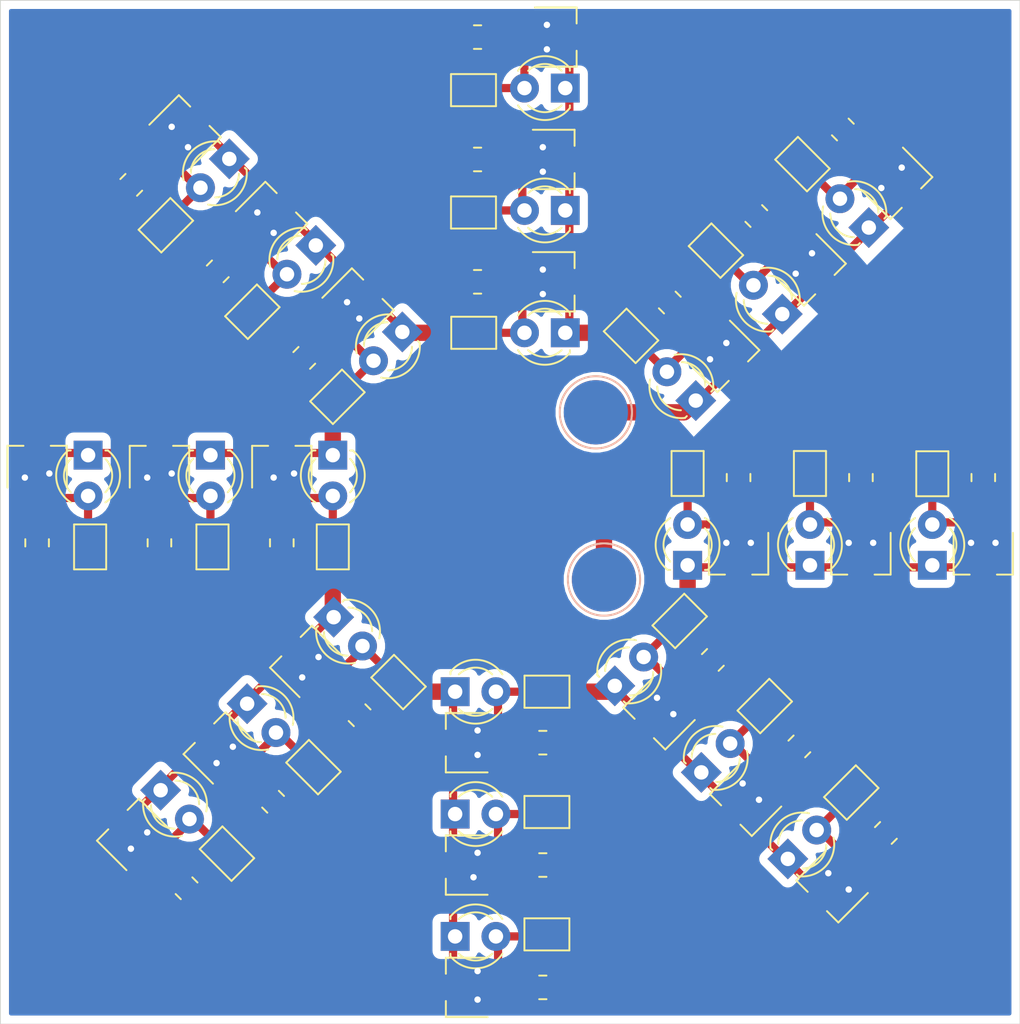
<source format=kicad_pcb>
(kicad_pcb (version 20171130) (host pcbnew "(5.1.9)-1")
  (layers (0 F.Cu signal) (31 B.Cu signal) (34 B.Paste user hide) (35 F.Paste user) (36 B.SilkS user hide) (37 F.SilkS user) (38 B.Mask user hide) (39 F.Mask user hide) (44 Edge.Cuts user))
  (net 0 "")
  (net 1 "Net-(D1-Pad1)")
  (net 2 "Net-(D1-Pad2)")
  (net 3 "Net-(D10-Pad1)")
  (net 4 "Net-(D10-Pad2)")
  (net 5 "Net-(D11-Pad1)")
  (net 6 "Net-(D11-Pad2)")
  (net 7 "Net-(D12-Pad2)")
  (net 8 "Net-(D12-Pad1)")
  (net 9 "Net-(D13-Pad2)")
  (net 10 "Net-(D13-Pad1)")
  (net 11 "Net-(D14-Pad1)")
  (net 12 "Net-(D14-Pad2)")
  (net 13 "Net-(D15-Pad1)")
  (net 14 "Net-(D15-Pad2)")
  (net 15 "Net-(D16-Pad2)")
  (net 16 "Net-(D16-Pad1)")
  (net 17 "Net-(D17-Pad2)")
  (net 18 "Net-(D18-Pad2)")
  (net 19 "Net-(D19-Pad2)")
  (net 20 "Net-(D20-Pad2)")
  (net 21 "Net-(D21-Pad2)")
  (net 22 "Net-(D22-Pad2)")
  (net 23 "Net-(D23-Pad2)")
  (net 24 "Net-(D24-Pad2)")
  (net 25 "Net-(D33-Pad2)")
  (net 26 "Net-(D34-Pad2)")
  (net 27 "Net-(D35-Pad2)")
  (net 28 "Net-(D36-Pad2)")
  (net 29 "Net-(D37-Pad2)")
  (net 30 "Net-(D38-Pad2)")
  (net 31 "Net-(D39-Pad2)")
  (net 32 "Net-(D40-Pad2)")
  (net 33 "Net-(JP1-Pad2)")
  (module TestPoint:TestPoint_Pad_D4.0mm (layer B.Cu) (at 164.592 114.808)
    (fp_text reference TP1 hide)
    (fp_text value Pos)
    (pad 1 smd circle (at 0 0) (size 4 4) (layers B.Cu B.Mask))
  )
  (module TestPoint:TestPoint_Pad_D4.0mm (layer B.Cu) (at 164.084 104.394)
    (fp_text reference TP1 hide)
    (fp_text value Pos)
    (pad 1 smd circle (at 0 0) (size 4 4) (layers B.Cu B.Mask))
  )
  (module LED_THT:LED_D3.0mm (layer F.Cu) (at 169.799 113.919 90)
    (fp_text reference D1 hide)
    (fp_text value "660 NM")
    (pad 1 thru_hole rect (at 0 0 90) (size 1.8 1.8) (drill 0.9) (layers *.Cu *.Mask) (net 1 "Net-(D1-Pad1)"))
    (pad 2 thru_hole circle (at 2.54 0 90) (size 1.8 1.8) (drill 0.9) (layers *.Cu *.Mask) (net 2 "Net-(D1-Pad2)"))
  )
  (module LED_THT:LED_D3.0mm (layer F.Cu) (at 165.265022 121.429283 45)
    (fp_text reference D2 hide)
    (fp_text value "660 NM")
    (pad 1 thru_hole rect (at 0 0 45) (size 1.8 1.8) (drill 0.9) (layers *.Cu *.Mask) (net 3 "Net-(D10-Pad1)"))
    (pad 2 thru_hole circle (at 2.54 0 45) (size 1.8 1.8) (drill 0.9) (layers *.Cu *.Mask) (net 4 "Net-(D10-Pad2)"))
  )
  (module LED_THT:LED_D3.0mm (layer F.Cu) (at 155.321 121.793)
    (fp_text reference D3 hide)
    (fp_text value "660 NM")
    (pad 1 thru_hole rect (at 0 0) (size 1.8 1.8) (drill 0.9) (layers *.Cu *.Mask) (net 5 "Net-(D11-Pad1)"))
    (pad 2 thru_hole circle (at 2.54 0) (size 1.8 1.8) (drill 0.9) (layers *.Cu *.Mask) (net 6 "Net-(D11-Pad2)"))
  )
  (module LED_THT:LED_D3.0mm (layer F.Cu) (at 147.754421 117.152226 315)
    (fp_text reference D4 hide)
    (fp_text value "660 NM")
    (pad 2 thru_hole circle (at 2.54 0 315) (size 1.8 1.8) (drill 0.9) (layers *.Cu *.Mask) (net 7 "Net-(D12-Pad2)"))
    (pad 1 thru_hole rect (at 0 0 315) (size 1.8 1.8) (drill 0.9) (layers *.Cu *.Mask) (net 8 "Net-(D12-Pad1)"))
  )
  (module LED_THT:LED_D3.0mm (layer F.Cu) (at 147.701 107.061 270)
    (fp_text reference D5 hide)
    (fp_text value "660 NM")
    (pad 2 thru_hole circle (at 2.54 0 270) (size 1.8 1.8) (drill 0.9) (layers *.Cu *.Mask) (net 9 "Net-(D13-Pad2)"))
    (pad 1 thru_hole rect (at 0 0 270) (size 1.8 1.8) (drill 0.9) (layers *.Cu *.Mask) (net 10 "Net-(D13-Pad1)"))
  )
  (module LED_THT:LED_D3.0mm (layer F.Cu) (at 152.031917 99.386564 225)
    (fp_text reference D6 hide)
    (fp_text value "660 NM")
    (pad 1 thru_hole rect (at 0 0 225) (size 1.8 1.8) (drill 0.9) (layers *.Cu *.Mask) (net 11 "Net-(D14-Pad1)"))
    (pad 2 thru_hole circle (at 2.54 0 225) (size 1.8 1.8) (drill 0.9) (layers *.Cu *.Mask) (net 12 "Net-(D14-Pad2)"))
  )
  (module LED_THT:LED_D3.0mm (layer F.Cu) (at 162.179 99.441 180)
    (fp_text reference D7 hide)
    (fp_text value "660 NM")
    (pad 1 thru_hole rect (at 0 0 180) (size 1.8 1.8) (drill 0.9) (layers *.Cu *.Mask) (net 13 "Net-(D15-Pad1)"))
    (pad 2 thru_hole circle (at 2.54 0 180) (size 1.8 1.8) (drill 0.9) (layers *.Cu *.Mask) (net 14 "Net-(D15-Pad2)"))
  )
  (module LED_THT:LED_D3.0mm (layer F.Cu) (at 170.30664 103.663621 135)
    (fp_text reference D8 hide)
    (fp_text value "660 NM")
    (pad 2 thru_hole circle (at 2.54 0 135) (size 1.8 1.8) (drill 0.9) (layers *.Cu *.Mask) (net 15 "Net-(D16-Pad2)"))
    (pad 1 thru_hole rect (at 0 0 135) (size 1.8 1.8) (drill 0.9) (layers *.Cu *.Mask) (net 16 "Net-(D16-Pad1)"))
  )
  (module LED_SMD:LED_Cree-XHP35 (layer F.Cu) (at 172.974 112.649 90)
    (fp_text reference D9 hide)
    (fp_text value "660 NM")
    (pad 2 smd rect (at 1.4 0 90) (size 0.5 3.3) (layers F.Cu F.Paste F.Mask) (net 2 "Net-(D1-Pad2)"))
    (pad 1 smd rect (at -1.4 0 90) (size 0.5 3.3) (layers F.Cu F.Paste F.Mask) (net 1 "Net-(D1-Pad1)"))
    (pad 3 smd rect (at 0 0 90) (size 1.3 3.3) (layers F.Cu F.Mask) (net 16 "Net-(D16-Pad1)"))
  )
  (module LED_SMD:LED_Cree-XHP35 (layer F.Cu) (at 168.408112 122.776321 45)
    (fp_text reference D10 hide)
    (fp_text value "660 NM")
    (pad 3 smd rect (at 0 0 45) (size 1.3 3.3) (layers F.Cu F.Mask) (net 16 "Net-(D16-Pad1)"))
    (pad 1 smd rect (at -1.4 0 45) (size 0.5 3.3) (layers F.Cu F.Paste F.Mask) (net 3 "Net-(D10-Pad1)"))
    (pad 2 smd rect (at 1.4 0 45) (size 0.5 3.3) (layers F.Cu F.Paste F.Mask) (net 4 "Net-(D10-Pad2)"))
  )
  (module LED_SMD:LED_Cree-XHP35 (layer F.Cu) (at 156.591 124.968)
    (fp_text reference D11 hide)
    (fp_text value "660 NM")
    (pad 3 smd rect (at 0 0) (size 1.3 3.3) (layers F.Cu F.Mask) (net 16 "Net-(D16-Pad1)"))
    (pad 1 smd rect (at -1.4 0) (size 0.5 3.3) (layers F.Cu F.Paste F.Mask) (net 5 "Net-(D11-Pad1)"))
    (pad 2 smd rect (at 1.4 0) (size 0.5 3.3) (layers F.Cu F.Paste F.Mask) (net 6 "Net-(D11-Pad2)"))
  )
  (module LED_SMD:LED_Cree-XHP35 (layer F.Cu) (at 146.407383 120.295315 315)
    (fp_text reference D12 hide)
    (fp_text value "660 NM")
    (pad 3 smd rect (at 0 0 315) (size 1.3 3.3) (layers F.Cu F.Mask) (net 16 "Net-(D16-Pad1)"))
    (pad 1 smd rect (at -1.4 0 315) (size 0.5 3.3) (layers F.Cu F.Paste F.Mask) (net 8 "Net-(D12-Pad1)"))
    (pad 2 smd rect (at 1.4 0 315) (size 0.5 3.3) (layers F.Cu F.Paste F.Mask) (net 7 "Net-(D12-Pad2)"))
  )
  (module LED_SMD:LED_Cree-XHP35 (layer F.Cu) (at 144.526 108.331 270)
    (fp_text reference D13 hide)
    (fp_text value "660 NM")
    (pad 2 smd rect (at 1.4 0 270) (size 0.5 3.3) (layers F.Cu F.Paste F.Mask) (net 9 "Net-(D13-Pad2)"))
    (pad 1 smd rect (at -1.4 0 270) (size 0.5 3.3) (layers F.Cu F.Paste F.Mask) (net 10 "Net-(D13-Pad1)"))
    (pad 3 smd rect (at 0 0 270) (size 1.3 3.3) (layers F.Cu F.Mask) (net 16 "Net-(D16-Pad1)"))
  )
  (module LED_SMD:LED_Cree-XHP35 (layer F.Cu) (at 148.888828 98.039526 225)
    (fp_text reference D14 hide)
    (fp_text value "660 NM")
    (pad 2 smd rect (at 1.4 0 225) (size 0.5 3.3) (layers F.Cu F.Paste F.Mask) (net 12 "Net-(D14-Pad2)"))
    (pad 1 smd rect (at -1.4 0 225) (size 0.5 3.3) (layers F.Cu F.Paste F.Mask) (net 11 "Net-(D14-Pad1)"))
    (pad 3 smd rect (at 0 0 225) (size 1.3 3.3) (layers F.Cu F.Mask) (net 16 "Net-(D16-Pad1)"))
  )
  (module LED_SMD:LED_Cree-XHP35 (layer F.Cu) (at 160.909 96.266 180)
    (fp_text reference D15 hide)
    (fp_text value "660 NM")
    (pad 2 smd rect (at 1.4 0 180) (size 0.5 3.3) (layers F.Cu F.Paste F.Mask) (net 14 "Net-(D15-Pad2)"))
    (pad 1 smd rect (at -1.4 0 180) (size 0.5 3.3) (layers F.Cu F.Paste F.Mask) (net 13 "Net-(D15-Pad1)"))
    (pad 3 smd rect (at 0 0 180) (size 1.3 3.3) (layers F.Cu F.Mask) (net 16 "Net-(D16-Pad1)"))
  )
  (module LED_SMD:LED_Cree-XHP35 (layer F.Cu) (at 171.653678 100.520531 135)
    (fp_text reference D16 hide)
    (fp_text value "660 NM")
    (pad 3 smd rect (at 0 0 135) (size 1.3 3.3) (layers F.Cu F.Mask) (net 16 "Net-(D16-Pad1)"))
    (pad 1 smd rect (at -1.4 0 135) (size 0.5 3.3) (layers F.Cu F.Paste F.Mask) (net 16 "Net-(D16-Pad1)"))
    (pad 2 smd rect (at 1.4 0 135) (size 0.5 3.3) (layers F.Cu F.Paste F.Mask) (net 15 "Net-(D16-Pad2)"))
  )
  (module LED_THT:LED_D3.0mm (layer F.Cu) (at 177.419 113.919 90)
    (fp_text reference D17 hide)
    (fp_text value "660 NM")
    (pad 2 thru_hole circle (at 2.54 0 90) (size 1.8 1.8) (drill 0.9) (layers *.Cu *.Mask) (net 17 "Net-(D17-Pad2)"))
    (pad 1 thru_hole rect (at 0 0 90) (size 1.8 1.8) (drill 0.9) (layers *.Cu *.Mask) (net 1 "Net-(D1-Pad1)"))
  )
  (module LED_THT:LED_D3.0mm (layer F.Cu) (at 170.653176 126.817436 45)
    (fp_text reference D18 hide)
    (fp_text value "660 NM")
    (pad 1 thru_hole rect (at 0 0 45) (size 1.8 1.8) (drill 0.9) (layers *.Cu *.Mask) (net 3 "Net-(D10-Pad1)"))
    (pad 2 thru_hole circle (at 2.54 0 45) (size 1.8 1.8) (drill 0.9) (layers *.Cu *.Mask) (net 18 "Net-(D18-Pad2)"))
  )
  (module LED_THT:LED_D3.0mm (layer F.Cu) (at 155.321 129.413)
    (fp_text reference D19 hide)
    (fp_text value "660 NM")
    (pad 1 thru_hole rect (at 0 0) (size 1.8 1.8) (drill 0.9) (layers *.Cu *.Mask) (net 5 "Net-(D11-Pad1)"))
    (pad 2 thru_hole circle (at 2.54 0) (size 1.8 1.8) (drill 0.9) (layers *.Cu *.Mask) (net 19 "Net-(D19-Pad2)"))
  )
  (module LED_THT:LED_D3.0mm (layer F.Cu) (at 142.366267 122.540379 315)
    (fp_text reference D20 hide)
    (fp_text value "660 NM")
    (pad 2 thru_hole circle (at 2.54 0 315) (size 1.8 1.8) (drill 0.9) (layers *.Cu *.Mask) (net 20 "Net-(D20-Pad2)"))
    (pad 1 thru_hole rect (at 0 0 315) (size 1.8 1.8) (drill 0.9) (layers *.Cu *.Mask) (net 8 "Net-(D12-Pad1)"))
  )
  (module LED_THT:LED_D3.0mm (layer F.Cu) (at 140.081 107.061 270)
    (fp_text reference D21 hide)
    (fp_text value "660 NM")
    (pad 1 thru_hole rect (at 0 0 270) (size 1.8 1.8) (drill 0.9) (layers *.Cu *.Mask) (net 10 "Net-(D13-Pad1)"))
    (pad 2 thru_hole circle (at 2.54 0 270) (size 1.8 1.8) (drill 0.9) (layers *.Cu *.Mask) (net 21 "Net-(D21-Pad2)"))
  )
  (module LED_THT:LED_D3.0mm (layer F.Cu) (at 146.643764 93.99841 225)
    (fp_text reference D22 hide)
    (fp_text value "660 NM")
    (pad 1 thru_hole rect (at 0 0 225) (size 1.8 1.8) (drill 0.9) (layers *.Cu *.Mask) (net 11 "Net-(D14-Pad1)"))
    (pad 2 thru_hole circle (at 2.54 0 225) (size 1.8 1.8) (drill 0.9) (layers *.Cu *.Mask) (net 22 "Net-(D22-Pad2)"))
  )
  (module LED_THT:LED_D3.0mm (layer F.Cu) (at 162.179 91.821 180)
    (fp_text reference D23 hide)
    (fp_text value "660 NM")
    (pad 1 thru_hole rect (at 0 0 180) (size 1.8 1.8) (drill 0.9) (layers *.Cu *.Mask) (net 13 "Net-(D15-Pad1)"))
    (pad 2 thru_hole circle (at 2.54 0 180) (size 1.8 1.8) (drill 0.9) (layers *.Cu *.Mask) (net 23 "Net-(D23-Pad2)"))
  )
  (module LED_THT:LED_D3.0mm (layer F.Cu) (at 175.694793 98.275467 135)
    (fp_text reference D24 hide)
    (fp_text value "660 NM")
    (pad 2 thru_hole circle (at 2.54 0 135) (size 1.8 1.8) (drill 0.9) (layers *.Cu *.Mask) (net 24 "Net-(D24-Pad2)"))
    (pad 1 thru_hole rect (at 0 0 135) (size 1.8 1.8) (drill 0.9) (layers *.Cu *.Mask) (net 16 "Net-(D16-Pad1)"))
  )
  (module LED_SMD:LED_Cree-XHP35 (layer F.Cu) (at 180.594 112.649 90)
    (fp_text reference D25 hide)
    (fp_text value "660 NM")
    (pad 3 smd rect (at 0 0 90) (size 1.3 3.3) (layers F.Cu F.Mask) (net 16 "Net-(D16-Pad1)"))
    (pad 1 smd rect (at -1.4 0 90) (size 0.5 3.3) (layers F.Cu F.Paste F.Mask) (net 1 "Net-(D1-Pad1)"))
    (pad 2 smd rect (at 1.4 0 90) (size 0.5 3.3) (layers F.Cu F.Paste F.Mask) (net 17 "Net-(D17-Pad2)"))
  )
  (module LED_SMD:LED_Cree-XHP35 (layer F.Cu) (at 173.796265 128.164475 45)
    (fp_text reference D26 hide)
    (fp_text value "660 NM")
    (pad 2 smd rect (at 1.4 0 45) (size 0.5 3.3) (layers F.Cu F.Paste F.Mask) (net 18 "Net-(D18-Pad2)"))
    (pad 1 smd rect (at -1.4 0 45) (size 0.5 3.3) (layers F.Cu F.Paste F.Mask) (net 3 "Net-(D10-Pad1)"))
    (pad 3 smd rect (at 0 0 45) (size 1.3 3.3) (layers F.Cu F.Mask) (net 16 "Net-(D16-Pad1)"))
  )
  (module LED_SMD:LED_Cree-XHP35 (layer F.Cu) (at 156.591 132.588)
    (fp_text reference D27 hide)
    (fp_text value "660 NM")
    (pad 2 smd rect (at 1.4 0) (size 0.5 3.3) (layers F.Cu F.Paste F.Mask) (net 19 "Net-(D19-Pad2)"))
    (pad 1 smd rect (at -1.4 0) (size 0.5 3.3) (layers F.Cu F.Paste F.Mask) (net 5 "Net-(D11-Pad1)"))
    (pad 3 smd rect (at 0 0) (size 1.3 3.3) (layers F.Cu F.Mask) (net 16 "Net-(D16-Pad1)"))
  )
  (module LED_SMD:LED_Cree-XHP35 (layer F.Cu) (at 141.019229 125.683469 315)
    (fp_text reference D28 hide)
    (fp_text value "660 NM")
    (pad 3 smd rect (at 0 0 315) (size 1.3 3.3) (layers F.Cu F.Mask) (net 16 "Net-(D16-Pad1)"))
    (pad 1 smd rect (at -1.4 0 315) (size 0.5 3.3) (layers F.Cu F.Paste F.Mask) (net 8 "Net-(D12-Pad1)"))
    (pad 2 smd rect (at 1.4 0 315) (size 0.5 3.3) (layers F.Cu F.Paste F.Mask) (net 20 "Net-(D20-Pad2)"))
  )
  (module LED_SMD:LED_Cree-XHP35 (layer F.Cu) (at 136.906 108.331 270)
    (fp_text reference D29 hide)
    (fp_text value "660 NM")
    (pad 2 smd rect (at 1.4 0 270) (size 0.5 3.3) (layers F.Cu F.Paste F.Mask) (net 21 "Net-(D21-Pad2)"))
    (pad 1 smd rect (at -1.4 0 270) (size 0.5 3.3) (layers F.Cu F.Paste F.Mask) (net 10 "Net-(D13-Pad1)"))
    (pad 3 smd rect (at 0 0 270) (size 1.3 3.3) (layers F.Cu F.Mask) (net 16 "Net-(D16-Pad1)"))
  )
  (module LED_SMD:LED_Cree-XHP35 (layer F.Cu) (at 143.500674 92.651372 225)
    (fp_text reference D30 hide)
    (fp_text value "660 NM")
    (pad 2 smd rect (at 1.4 0 225) (size 0.5 3.3) (layers F.Cu F.Paste F.Mask) (net 22 "Net-(D22-Pad2)"))
    (pad 1 smd rect (at -1.4 0 225) (size 0.5 3.3) (layers F.Cu F.Paste F.Mask) (net 11 "Net-(D14-Pad1)"))
    (pad 3 smd rect (at 0 0 225) (size 1.3 3.3) (layers F.Cu F.Mask) (net 16 "Net-(D16-Pad1)"))
  )
  (module LED_SMD:LED_Cree-XHP35 (layer F.Cu) (at 160.909 88.646 180)
    (fp_text reference D31 hide)
    (fp_text value "660 NM")
    (pad 3 smd rect (at 0 0 180) (size 1.3 3.3) (layers F.Cu F.Mask) (net 16 "Net-(D16-Pad1)"))
    (pad 1 smd rect (at -1.4 0 180) (size 0.5 3.3) (layers F.Cu F.Paste F.Mask) (net 13 "Net-(D15-Pad1)"))
    (pad 2 smd rect (at 1.4 0 180) (size 0.5 3.3) (layers F.Cu F.Paste F.Mask) (net 23 "Net-(D23-Pad2)"))
  )
  (module LED_SMD:LED_Cree-XHP35 (layer F.Cu) (at 177.041832 95.132378 135)
    (fp_text reference D32 hide)
    (fp_text value "660 NM")
    (pad 2 smd rect (at 1.4 0 135) (size 0.5 3.3) (layers F.Cu F.Paste F.Mask) (net 24 "Net-(D24-Pad2)"))
    (pad 1 smd rect (at -1.4 0 135) (size 0.5 3.3) (layers F.Cu F.Paste F.Mask) (net 16 "Net-(D16-Pad1)"))
    (pad 3 smd rect (at 0 0 135) (size 1.3 3.3) (layers F.Cu F.Mask) (net 16 "Net-(D16-Pad1)"))
  )
  (module LED_THT:LED_D3.0mm (layer F.Cu) (at 185.039 113.919 90)
    (fp_text reference D33 hide)
    (fp_text value "660 NM")
    (pad 2 thru_hole circle (at 2.54 0 90) (size 1.8 1.8) (drill 0.9) (layers *.Cu *.Mask) (net 25 "Net-(D33-Pad2)"))
    (pad 1 thru_hole rect (at 0 0 90) (size 1.8 1.8) (drill 0.9) (layers *.Cu *.Mask) (net 1 "Net-(D1-Pad1)"))
  )
  (module LED_THT:LED_D3.0mm (layer F.Cu) (at 176.041329 132.20559 45)
    (fp_text reference D34 hide)
    (fp_text value "660 NM")
    (pad 1 thru_hole rect (at 0 0 45) (size 1.8 1.8) (drill 0.9) (layers *.Cu *.Mask) (net 3 "Net-(D10-Pad1)"))
    (pad 2 thru_hole circle (at 2.54 0 45) (size 1.8 1.8) (drill 0.9) (layers *.Cu *.Mask) (net 26 "Net-(D34-Pad2)"))
  )
  (module LED_THT:LED_D3.0mm (layer F.Cu) (at 155.321 137.033)
    (fp_text reference D35 hide)
    (fp_text value "660 NM")
    (pad 2 thru_hole circle (at 2.54 0) (size 1.8 1.8) (drill 0.9) (layers *.Cu *.Mask) (net 27 "Net-(D35-Pad2)"))
    (pad 1 thru_hole rect (at 0 0) (size 1.8 1.8) (drill 0.9) (layers *.Cu *.Mask) (net 5 "Net-(D11-Pad1)"))
  )
  (module LED_THT:LED_D3.0mm (layer F.Cu) (at 136.978114 127.928533 315)
    (fp_text reference D36 hide)
    (fp_text value "660 NM")
    (pad 1 thru_hole rect (at 0 0 315) (size 1.8 1.8) (drill 0.9) (layers *.Cu *.Mask) (net 8 "Net-(D12-Pad1)"))
    (pad 2 thru_hole circle (at 2.54 0 315) (size 1.8 1.8) (drill 0.9) (layers *.Cu *.Mask) (net 28 "Net-(D36-Pad2)"))
  )
  (module LED_THT:LED_D3.0mm (layer F.Cu) (at 132.461 107.061 270)
    (fp_text reference D37 hide)
    (fp_text value "660 NM")
    (pad 2 thru_hole circle (at 2.54 0 270) (size 1.8 1.8) (drill 0.9) (layers *.Cu *.Mask) (net 29 "Net-(D37-Pad2)"))
    (pad 1 thru_hole rect (at 0 0 270) (size 1.8 1.8) (drill 0.9) (layers *.Cu *.Mask) (net 10 "Net-(D13-Pad1)"))
  )
  (module LED_THT:LED_D3.0mm (layer F.Cu) (at 141.25561 88.610257 225)
    (fp_text reference D38 hide)
    (fp_text value "660 NM")
    (pad 2 thru_hole circle (at 2.54 0 225) (size 1.8 1.8) (drill 0.9) (layers *.Cu *.Mask) (net 30 "Net-(D38-Pad2)"))
    (pad 1 thru_hole rect (at 0 0 225) (size 1.8 1.8) (drill 0.9) (layers *.Cu *.Mask) (net 11 "Net-(D14-Pad1)"))
  )
  (module LED_THT:LED_D3.0mm (layer F.Cu) (at 162.179 84.201 180)
    (fp_text reference D39 hide)
    (fp_text value "660 NM")
    (pad 2 thru_hole circle (at 2.54 0 180) (size 1.8 1.8) (drill 0.9) (layers *.Cu *.Mask) (net 31 "Net-(D39-Pad2)"))
    (pad 1 thru_hole rect (at 0 0 180) (size 1.8 1.8) (drill 0.9) (layers *.Cu *.Mask) (net 13 "Net-(D15-Pad1)"))
  )
  (module LED_THT:LED_D3.0mm (layer F.Cu) (at 181.082947 92.887314 135)
    (fp_text reference D40 hide)
    (fp_text value "660 NM")
    (pad 2 thru_hole circle (at 2.54 0 135) (size 1.8 1.8) (drill 0.9) (layers *.Cu *.Mask) (net 32 "Net-(D40-Pad2)"))
    (pad 1 thru_hole rect (at 0 0 135) (size 1.8 1.8) (drill 0.9) (layers *.Cu *.Mask) (net 16 "Net-(D16-Pad1)"))
  )
  (module LED_SMD:LED_Cree-XHP35 (layer F.Cu) (at 188.214 112.649 90)
    (fp_text reference D41 hide)
    (fp_text value "660 NM")
    (pad 3 smd rect (at 0 0 90) (size 1.3 3.3) (layers F.Cu F.Mask) (net 16 "Net-(D16-Pad1)"))
    (pad 1 smd rect (at -1.4 0 90) (size 0.5 3.3) (layers F.Cu F.Paste F.Mask) (net 1 "Net-(D1-Pad1)"))
    (pad 2 smd rect (at 1.4 0 90) (size 0.5 3.3) (layers F.Cu F.Paste F.Mask) (net 25 "Net-(D33-Pad2)"))
  )
  (module LED_SMD:LED_Cree-XHP35 (layer F.Cu) (at 179.18654 133.550507 45)
    (fp_text reference D42 hide)
    (fp_text value "660 NM")
    (pad 2 smd rect (at 1.4 0 45) (size 0.5 3.3) (layers F.Cu F.Paste F.Mask) (net 26 "Net-(D34-Pad2)"))
    (pad 1 smd rect (at -1.4 0 45) (size 0.5 3.3) (layers F.Cu F.Paste F.Mask) (net 3 "Net-(D10-Pad1)"))
    (pad 3 smd rect (at 0 0 45) (size 1.3 3.3) (layers F.Cu F.Mask) (net 16 "Net-(D16-Pad1)"))
  )
  (module LED_SMD:LED_Cree-XHP35 (layer F.Cu) (at 156.594 140.208)
    (fp_text reference D43 hide)
    (fp_text value "660 NM")
    (pad 3 smd rect (at 0 0) (size 1.3 3.3) (layers F.Cu F.Mask) (net 16 "Net-(D16-Pad1)"))
    (pad 1 smd rect (at -1.4 0) (size 0.5 3.3) (layers F.Cu F.Paste F.Mask) (net 5 "Net-(D11-Pad1)"))
    (pad 2 smd rect (at 1.4 0) (size 0.5 3.3) (layers F.Cu F.Paste F.Mask) (net 27 "Net-(D35-Pad2)"))
  )
  (module LED_SMD:LED_Cree-XHP35 (layer F.Cu) (at 135.628954 131.069501 315)
    (fp_text reference D44 hide)
    (fp_text value "660 NM")
    (pad 3 smd rect (at 0 0 315) (size 1.3 3.3) (layers F.Cu F.Mask) (net 16 "Net-(D16-Pad1)"))
    (pad 1 smd rect (at -1.4 0 315) (size 0.5 3.3) (layers F.Cu F.Paste F.Mask) (net 8 "Net-(D12-Pad1)"))
    (pad 2 smd rect (at 1.4 0 315) (size 0.5 3.3) (layers F.Cu F.Paste F.Mask) (net 28 "Net-(D36-Pad2)"))
  )
  (module LED_SMD:LED_Cree-XHP35 (layer F.Cu) (at 129.286 108.328 270)
    (fp_text reference D45 hide)
    (fp_text value "660 NM")
    (pad 3 smd rect (at 0 0 270) (size 1.3 3.3) (layers F.Cu F.Mask) (net 16 "Net-(D16-Pad1)"))
    (pad 1 smd rect (at -1.4 0 270) (size 0.5 3.3) (layers F.Cu F.Paste F.Mask) (net 10 "Net-(D13-Pad1)"))
    (pad 2 smd rect (at 1.4 0 270) (size 0.5 3.3) (layers F.Cu F.Paste F.Mask) (net 29 "Net-(D37-Pad2)"))
  )
  (module LED_SMD:LED_Cree-XHP35 (layer F.Cu) (at 138.114642 87.261097 225)
    (fp_text reference D46 hide)
    (fp_text value "660 NM")
    (pad 2 smd rect (at 1.4 0 225) (size 0.5 3.3) (layers F.Cu F.Paste F.Mask) (net 30 "Net-(D38-Pad2)"))
    (pad 1 smd rect (at -1.4 0 225) (size 0.5 3.3) (layers F.Cu F.Paste F.Mask) (net 11 "Net-(D14-Pad1)"))
    (pad 3 smd rect (at 0 0 225) (size 1.3 3.3) (layers F.Cu F.Mask) (net 16 "Net-(D16-Pad1)"))
  )
  (module LED_SMD:LED_Cree-XHP35 (layer F.Cu) (at 161.036 81.026 180)
    (fp_text reference D47 hide)
    (fp_text value "660 NM")
    (pad 3 smd rect (at 0 0 180) (size 1.3 3.3) (layers F.Cu F.Mask) (net 16 "Net-(D16-Pad1)"))
    (pad 1 smd rect (at -1.4 0 180) (size 0.5 3.3) (layers F.Cu F.Paste F.Mask) (net 13 "Net-(D15-Pad1)"))
    (pad 2 smd rect (at 1.4 0 180) (size 0.5 3.3) (layers F.Cu F.Paste F.Mask) (net 31 "Net-(D39-Pad2)"))
  )
  (module LED_SMD:LED_Cree-XHP35 (layer F.Cu) (at 182.429985 89.744224 135)
    (fp_text reference D48 hide)
    (fp_text value "660 NM")
    (pad 2 smd rect (at 1.4 0 135) (size 0.5 3.3) (layers F.Cu F.Paste F.Mask) (net 32 "Net-(D40-Pad2)"))
    (pad 1 smd rect (at -1.4 0 135) (size 0.5 3.3) (layers F.Cu F.Paste F.Mask) (net 16 "Net-(D16-Pad1)"))
    (pad 3 smd rect (at 0 0 135) (size 1.3 3.3) (layers F.Cu F.Mask) (net 16 "Net-(D16-Pad1)"))
  )
  (module Jumper:SolderJumper-2_P1.3mm_Open_Pad1.0x1.5mm (layer F.Cu) (at 169.799 108.204 90)
    (fp_text reference JP1 hide)
    (fp_text value Jumper)
    (pad 2 smd rect (at 0.65 0 90) (size 1 1.5) (layers F.Cu F.Mask) (net 33 "Net-(JP1-Pad2)"))
    (pad 1 smd rect (at -0.65 0 90) (size 1 1.5) (layers F.Cu F.Mask) (net 2 "Net-(D1-Pad2)"))
  )
  (module Jumper:SolderJumper-2_P1.3mm_Open_Pad1.0x1.5mm (layer F.Cu) (at 169.306137 117.388167 45)
    (fp_text reference JP2 hide)
    (fp_text value Jumper)
    (pad 1 smd rect (at -0.65 0 45) (size 1 1.5) (layers F.Cu F.Mask) (net 4 "Net-(D10-Pad2)"))
    (pad 2 smd rect (at 0.65 0 45) (size 1 1.5) (layers F.Cu F.Mask) (net 1 "Net-(D1-Pad1)"))
  )
  (module Jumper:SolderJumper-2_P1.3mm_Open_Pad1.0x1.5mm (layer F.Cu) (at 161.040999 121.793)
    (fp_text reference JP3 hide)
    (fp_text value Jumper)
    (pad 2 smd rect (at 0.65 0) (size 1 1.5) (layers F.Cu F.Mask) (net 3 "Net-(D10-Pad1)"))
    (pad 1 smd rect (at -0.65 0) (size 1 1.5) (layers F.Cu F.Mask) (net 6 "Net-(D11-Pad2)"))
  )
  (module Jumper:SolderJumper-2_P1.3mm_Open_Pad1.0x1.5mm (layer F.Cu) (at 151.795536 121.193341 315)
    (fp_text reference JP4 hide)
    (fp_text value Jumper)
    (pad 1 smd rect (at -0.65 0 315) (size 1 1.5) (layers F.Cu F.Mask) (net 7 "Net-(D12-Pad2)"))
    (pad 2 smd rect (at 0.65 0 315) (size 1 1.5) (layers F.Cu F.Mask) (net 5 "Net-(D11-Pad1)"))
  )
  (module Jumper:SolderJumper-2_P1.3mm_Open_Pad1.0x1.5mm (layer F.Cu) (at 147.701 112.776 270)
    (fp_text reference JP5 hide)
    (fp_text value Jumper)
    (pad 2 smd rect (at 0.65 0 270) (size 1 1.5) (layers F.Cu F.Mask) (net 8 "Net-(D12-Pad1)"))
    (pad 1 smd rect (at -0.65 0 270) (size 1 1.5) (layers F.Cu F.Mask) (net 9 "Net-(D13-Pad2)"))
  )
  (module Jumper:SolderJumper-2_P1.3mm_Open_Pad1.0x1.5mm (layer F.Cu) (at 147.990802 103.427679 225)
    (fp_text reference JP6 hide)
    (fp_text value Jumper)
    (pad 1 smd rect (at -0.65 0 225) (size 1 1.5) (layers F.Cu F.Mask) (net 12 "Net-(D14-Pad2)"))
    (pad 2 smd rect (at 0.65 0 225) (size 1 1.5) (layers F.Cu F.Mask) (net 10 "Net-(D13-Pad1)"))
  )
  (module Jumper:SolderJumper-2_P1.3mm_Open_Pad1.0x1.5mm (layer F.Cu) (at 156.479 99.441 180)
    (fp_text reference JP7 hide)
    (fp_text value Jumper)
    (pad 1 smd rect (at -0.65 0 180) (size 1 1.5) (layers F.Cu F.Mask) (net 14 "Net-(D15-Pad2)"))
    (pad 2 smd rect (at 0.65 0 180) (size 1 1.5) (layers F.Cu F.Mask) (net 11 "Net-(D14-Pad1)"))
  )
  (module Jumper:SolderJumper-2_P1.3mm_Open_Pad1.0x1.5mm (layer F.Cu) (at 166.276131 99.633112 135)
    (fp_text reference JP8 hide)
    (fp_text value Jumper)
    (pad 2 smd rect (at 0.65 0 135) (size 1 1.5) (layers F.Cu F.Mask) (net 13 "Net-(D15-Pad1)"))
    (pad 1 smd rect (at -0.65 0 135) (size 1 1.5) (layers F.Cu F.Mask) (net 15 "Net-(D16-Pad2)"))
  )
  (module Jumper:SolderJumper-2_P1.3mm_Open_Pad1.0x1.5mm (layer F.Cu) (at 177.419 108.204 90)
    (fp_text reference JP9 hide)
    (fp_text value Jumper)
    (pad 1 smd rect (at -0.65 0 90) (size 1 1.5) (layers F.Cu F.Mask) (net 17 "Net-(D17-Pad2)"))
    (pad 2 smd rect (at 0.65 0 90) (size 1 1.5) (layers F.Cu F.Mask) (net 33 "Net-(JP1-Pad2)"))
  )
  (module Jumper:SolderJumper-2_P1.3mm_Open_Pad1.0x1.5mm (layer F.Cu) (at 174.604488 122.686519 45)
    (fp_text reference JP10 hide)
    (fp_text value Jumper)
    (pad 2 smd rect (at 0.65 0 45) (size 1 1.5) (layers F.Cu F.Mask) (net 1 "Net-(D1-Pad1)"))
    (pad 1 smd rect (at -0.65 0 45) (size 1 1.5) (layers F.Cu F.Mask) (net 18 "Net-(D18-Pad2)"))
  )
  (module Jumper:SolderJumper-2_P1.3mm_Open_Pad1.0x1.5mm (layer F.Cu) (at 161.036 129.286)
    (fp_text reference JP11 hide)
    (fp_text value Jumper)
    (pad 1 smd rect (at -0.65 0) (size 1 1.5) (layers F.Cu F.Mask) (net 19 "Net-(D19-Pad2)"))
    (pad 2 smd rect (at 0.65 0) (size 1 1.5) (layers F.Cu F.Mask) (net 3 "Net-(D10-Pad1)"))
  )
  (module Jumper:SolderJumper-2_P1.3mm_Open_Pad1.0x1.5mm (layer F.Cu) (at 146.497185 126.491692 315)
    (fp_text reference JP12 hide)
    (fp_text value Jumper)
    (pad 2 smd rect (at 0.65 0 315) (size 1 1.5) (layers F.Cu F.Mask) (net 5 "Net-(D11-Pad1)"))
    (pad 1 smd rect (at -0.65 0 315) (size 1 1.5) (layers F.Cu F.Mask) (net 20 "Net-(D20-Pad2)"))
  )
  (module Jumper:SolderJumper-2_P1.3mm_Open_Pad1.0x1.5mm (layer F.Cu) (at 140.208 112.776 270)
    (fp_text reference JP13 hide)
    (fp_text value Jumper)
    (pad 1 smd rect (at -0.65 0 270) (size 1 1.5) (layers F.Cu F.Mask) (net 21 "Net-(D21-Pad2)"))
    (pad 2 smd rect (at 0.65 0 270) (size 1 1.5) (layers F.Cu F.Mask) (net 8 "Net-(D12-Pad1)"))
  )
  (module Jumper:SolderJumper-2_P1.3mm_Open_Pad1.0x1.5mm (layer F.Cu) (at 142.692451 98.129328 225)
    (fp_text reference JP14 hide)
    (fp_text value Jumper)
    (pad 2 smd rect (at 0.65 0 225) (size 1 1.5) (layers F.Cu F.Mask) (net 10 "Net-(D13-Pad1)"))
    (pad 1 smd rect (at -0.65 0 225) (size 1 1.5) (layers F.Cu F.Mask) (net 22 "Net-(D22-Pad2)"))
  )
  (module Jumper:SolderJumper-2_P1.3mm_Open_Pad1.0x1.5mm (layer F.Cu) (at 156.464 91.948 180)
    (fp_text reference JP15 hide)
    (fp_text value Jumper)
    (pad 2 smd rect (at 0.65 0 180) (size 1 1.5) (layers F.Cu F.Mask) (net 11 "Net-(D14-Pad1)"))
    (pad 1 smd rect (at -0.65 0 180) (size 1 1.5) (layers F.Cu F.Mask) (net 23 "Net-(D23-Pad2)"))
  )
  (module Jumper:SolderJumper-2_P1.3mm_Open_Pad1.0x1.5mm (layer F.Cu) (at 171.563876 94.324155 135)
    (fp_text reference JP16 hide)
    (fp_text value Jumper)
    (pad 2 smd rect (at 0.65 0 135) (size 1 1.5) (layers F.Cu F.Mask) (net 13 "Net-(D15-Pad1)"))
    (pad 1 smd rect (at -0.65 0 135) (size 1 1.5) (layers F.Cu F.Mask) (net 24 "Net-(D24-Pad2)"))
  )
  (module Jumper:SolderJumper-2_P1.3mm_Open_Pad1.0x1.5mm (layer F.Cu) (at 185.039 108.219 90)
    (fp_text reference JP17 hide)
    (fp_text value Jumper)
    (pad 2 smd rect (at 0.65 0 90) (size 1 1.5) (layers F.Cu F.Mask) (net 33 "Net-(JP1-Pad2)"))
    (pad 1 smd rect (at -0.65 0 90) (size 1 1.5) (layers F.Cu F.Mask) (net 25 "Net-(D33-Pad2)"))
  )
  (module Jumper:SolderJumper-2_P1.3mm_Open_Pad1.0x1.5mm (layer F.Cu) (at 179.992642 128.074672 45)
    (fp_text reference JP18 hide)
    (fp_text value Jumper)
    (pad 1 smd rect (at -0.65 0 45) (size 1 1.5) (layers F.Cu F.Mask) (net 26 "Net-(D34-Pad2)"))
    (pad 2 smd rect (at 0.65 0 45) (size 1 1.5) (layers F.Cu F.Mask) (net 1 "Net-(D1-Pad1)"))
  )
  (module Jumper:SolderJumper-2_P1.3mm_Open_Pad1.0x1.5mm (layer F.Cu) (at 161.036 136.906)
    (fp_text reference JP19 hide)
    (fp_text value Jumper)
    (pad 2 smd rect (at 0.65 0) (size 1 1.5) (layers F.Cu F.Mask) (net 3 "Net-(D10-Pad1)"))
    (pad 1 smd rect (at -0.65 0) (size 1 1.5) (layers F.Cu F.Mask) (net 27 "Net-(D35-Pad2)"))
  )
  (module Jumper:SolderJumper-2_P1.3mm_Open_Pad1.0x1.5mm (layer F.Cu) (at 141.109031 131.879846 315)
    (fp_text reference JP20 hide)
    (fp_text value Jumper)
    (pad 1 smd rect (at -0.65 0 315) (size 1 1.5) (layers F.Cu F.Mask) (net 28 "Net-(D36-Pad2)"))
    (pad 2 smd rect (at 0.65 0 315) (size 1 1.5) (layers F.Cu F.Mask) (net 5 "Net-(D11-Pad1)"))
  )
  (module Jumper:SolderJumper-2_P1.3mm_Open_Pad1.0x1.5mm (layer F.Cu) (at 132.588 112.776 270)
    (fp_text reference JP21 hide)
    (fp_text value Jumper)
    (pad 2 smd rect (at 0.65 0 270) (size 1 1.5) (layers F.Cu F.Mask) (net 8 "Net-(D12-Pad1)"))
    (pad 1 smd rect (at -0.65 0 270) (size 1 1.5) (layers F.Cu F.Mask) (net 29 "Net-(D37-Pad2)"))
  )
  (module Jumper:SolderJumper-2_P1.3mm_Open_Pad1.0x1.5mm (layer F.Cu) (at 137.304297 92.741174 225)
    (fp_text reference JP22 hide)
    (fp_text value Jumper)
    (pad 1 smd rect (at -0.65 0 225) (size 1 1.5) (layers F.Cu F.Mask) (net 30 "Net-(D38-Pad2)"))
    (pad 2 smd rect (at 0.65 0 225) (size 1 1.5) (layers F.Cu F.Mask) (net 10 "Net-(D13-Pad1)"))
  )
  (module Jumper:SolderJumper-2_P1.3mm_Open_Pad1.0x1.5mm (layer F.Cu) (at 156.464 84.328 180)
    (fp_text reference JP23 hide)
    (fp_text value Jumper)
    (pad 1 smd rect (at -0.65 0 180) (size 1 1.5) (layers F.Cu F.Mask) (net 31 "Net-(D39-Pad2)"))
    (pad 2 smd rect (at 0.65 0 180) (size 1 1.5) (layers F.Cu F.Mask) (net 11 "Net-(D14-Pad1)"))
  )
  (module Jumper:SolderJumper-2_P1.3mm_Open_Pad1.0x1.5mm (layer F.Cu) (at 176.952029 88.936001 135)
    (fp_text reference JP24 hide)
    (fp_text value Jumper)
    (pad 1 smd rect (at -0.65 0 135) (size 1 1.5) (layers F.Cu F.Mask) (net 32 "Net-(D40-Pad2)"))
    (pad 2 smd rect (at 0.65 0 135) (size 1 1.5) (layers F.Cu F.Mask) (net 13 "Net-(D15-Pad1)"))
  )
  (module Resistor_SMD:R_0805_2012Metric_Pad1.20x1.40mm_HandSolder (layer F.Cu) (at 172.974 108.458 270)
    (fp_text reference R1 hide)
    (fp_text value Balast)
    (pad 2 smd roundrect (at 1 0 270) (size 1.2 1.4) (layers F.Cu F.Paste F.Mask) (roundrect_rratio 0.2083325) (net 2 "Net-(D1-Pad2)"))
    (pad 1 smd roundrect (at -1 0 270) (size 1.2 1.4) (layers F.Cu F.Paste F.Mask) (roundrect_rratio 0.2083325) (net 33 "Net-(JP1-Pad2)"))
  )
  (module Resistor_SMD:R_0805_2012Metric_Pad1.20x1.40mm_HandSolder (layer F.Cu) (at 171.371596 119.812837 225)
    (fp_text reference R2 hide)
    (fp_text value Balast)
    (pad 1 smd roundrect (at -1 0 225) (size 1.2 1.4) (layers F.Cu F.Paste F.Mask) (roundrect_rratio 0.2083325) (net 1 "Net-(D1-Pad1)"))
    (pad 2 smd roundrect (at 1 0 225) (size 1.2 1.4) (layers F.Cu F.Paste F.Mask) (roundrect_rratio 0.2083325) (net 4 "Net-(D10-Pad2)"))
  )
  (module Resistor_SMD:R_0805_2012Metric_Pad1.20x1.40mm_HandSolder (layer F.Cu) (at 160.782 124.968 180)
    (fp_text reference R3 hide)
    (fp_text value Balast)
    (pad 2 smd roundrect (at 1 0 180) (size 1.2 1.4) (layers F.Cu F.Paste F.Mask) (roundrect_rratio 0.2083325) (net 6 "Net-(D11-Pad2)"))
    (pad 1 smd roundrect (at -1 0 180) (size 1.2 1.4) (layers F.Cu F.Paste F.Mask) (roundrect_rratio 0.2083325) (net 3 "Net-(D10-Pad1)"))
  )
  (module Resistor_SMD:R_0805_2012Metric_Pad1.20x1.40mm_HandSolder (layer F.Cu) (at 149.370867 123.2588 135)
    (fp_text reference R4 hide)
    (fp_text value Balast)
    (pad 2 smd roundrect (at 1 0 135) (size 1.2 1.4) (layers F.Cu F.Paste F.Mask) (roundrect_rratio 0.2083325) (net 7 "Net-(D12-Pad2)"))
    (pad 1 smd roundrect (at -1 0 135) (size 1.2 1.4) (layers F.Cu F.Paste F.Mask) (roundrect_rratio 0.2083325) (net 5 "Net-(D11-Pad1)"))
  )
  (module Resistor_SMD:R_0805_2012Metric_Pad1.20x1.40mm_HandSolder (layer F.Cu) (at 144.526 112.522 90)
    (fp_text reference R5 hide)
    (fp_text value Balast)
    (pad 1 smd roundrect (at -1 0 90) (size 1.2 1.4) (layers F.Cu F.Paste F.Mask) (roundrect_rratio 0.2083325) (net 8 "Net-(D12-Pad1)"))
    (pad 2 smd roundrect (at 1 0 90) (size 1.2 1.4) (layers F.Cu F.Paste F.Mask) (roundrect_rratio 0.2083325) (net 9 "Net-(D13-Pad2)"))
  )
  (module Resistor_SMD:R_0805_2012Metric_Pad1.20x1.40mm_HandSolder (layer F.Cu) (at 145.925343 101.00301 45)
    (fp_text reference R6 hide)
    (fp_text value Balast)
    (pad 2 smd roundrect (at 1 0 45) (size 1.2 1.4) (layers F.Cu F.Paste F.Mask) (roundrect_rratio 0.2083325) (net 12 "Net-(D14-Pad2)"))
    (pad 1 smd roundrect (at -1 0 45) (size 1.2 1.4) (layers F.Cu F.Paste F.Mask) (roundrect_rratio 0.2083325) (net 10 "Net-(D13-Pad1)"))
  )
  (module Resistor_SMD:R_0805_2012Metric_Pad1.20x1.40mm_HandSolder (layer F.Cu) (at 156.718 96.266)
    (fp_text reference R7 hide)
    (fp_text value Balast)
    (pad 1 smd roundrect (at -1 0) (size 1.2 1.4) (layers F.Cu F.Paste F.Mask) (roundrect_rratio 0.2083325) (net 11 "Net-(D14-Pad1)"))
    (pad 2 smd roundrect (at 1 0) (size 1.2 1.4) (layers F.Cu F.Paste F.Mask) (roundrect_rratio 0.2083325) (net 14 "Net-(D15-Pad2)"))
  )
  (module Resistor_SMD:R_0805_2012Metric_Pad1.20x1.40mm_HandSolder (layer F.Cu) (at 168.690194 97.557047 315)
    (fp_text reference R8 hide)
    (fp_text value Balast)
    (pad 1 smd roundrect (at -1 0 315) (size 1.2 1.4) (layers F.Cu F.Paste F.Mask) (roundrect_rratio 0.2083325) (net 13 "Net-(D15-Pad1)"))
    (pad 2 smd roundrect (at 1 0 315) (size 1.2 1.4) (layers F.Cu F.Paste F.Mask) (roundrect_rratio 0.2083325) (net 15 "Net-(D16-Pad2)"))
  )
  (module Resistor_SMD:R_0805_2012Metric_Pad1.20x1.40mm_HandSolder (layer F.Cu) (at 180.594 108.458 270)
    (fp_text reference R9 hide)
    (fp_text value Balast)
    (pad 2 smd roundrect (at 1 0 270) (size 1.2 1.4) (layers F.Cu F.Paste F.Mask) (roundrect_rratio 0.2083325) (net 17 "Net-(D17-Pad2)"))
    (pad 1 smd roundrect (at -1 0 270) (size 1.2 1.4) (layers F.Cu F.Paste F.Mask) (roundrect_rratio 0.2083325) (net 33 "Net-(JP1-Pad2)"))
  )
  (module Resistor_SMD:R_0805_2012Metric_Pad1.20x1.40mm_HandSolder (layer F.Cu) (at 176.75975 125.20099 225)
    (fp_text reference R10 hide)
    (fp_text value Balast)
    (pad 2 smd roundrect (at 1 0 225) (size 1.2 1.4) (layers F.Cu F.Paste F.Mask) (roundrect_rratio 0.2083325) (net 18 "Net-(D18-Pad2)"))
    (pad 1 smd roundrect (at -1 0 225) (size 1.2 1.4) (layers F.Cu F.Paste F.Mask) (roundrect_rratio 0.2083325) (net 1 "Net-(D1-Pad1)"))
  )
  (module Resistor_SMD:R_0805_2012Metric_Pad1.20x1.40mm_HandSolder (layer F.Cu) (at 160.782 132.588 180)
    (fp_text reference R11 hide)
    (fp_text value Balast)
    (pad 2 smd roundrect (at 1 0 180) (size 1.2 1.4) (layers F.Cu F.Paste F.Mask) (roundrect_rratio 0.2083325) (net 19 "Net-(D19-Pad2)"))
    (pad 1 smd roundrect (at -1 0 180) (size 1.2 1.4) (layers F.Cu F.Paste F.Mask) (roundrect_rratio 0.2083325) (net 3 "Net-(D10-Pad1)"))
  )
  (module Resistor_SMD:R_0805_2012Metric_Pad1.20x1.40mm_HandSolder (layer F.Cu) (at 143.982713 128.646953 135)
    (fp_text reference R12 hide)
    (fp_text value Balast)
    (pad 1 smd roundrect (at -1 0 135) (size 1.2 1.4) (layers F.Cu F.Paste F.Mask) (roundrect_rratio 0.2083325) (net 5 "Net-(D11-Pad1)"))
    (pad 2 smd roundrect (at 1 0 135) (size 1.2 1.4) (layers F.Cu F.Paste F.Mask) (roundrect_rratio 0.2083325) (net 20 "Net-(D20-Pad2)"))
  )
  (module Resistor_SMD:R_0805_2012Metric_Pad1.20x1.40mm_HandSolder (layer F.Cu) (at 136.906 112.522 90)
    (fp_text reference R13 hide)
    (fp_text value Balast)
    (pad 2 smd roundrect (at 1 0 90) (size 1.2 1.4) (layers F.Cu F.Paste F.Mask) (roundrect_rratio 0.2083325) (net 21 "Net-(D21-Pad2)"))
    (pad 1 smd roundrect (at -1 0 90) (size 1.2 1.4) (layers F.Cu F.Paste F.Mask) (roundrect_rratio 0.2083325) (net 8 "Net-(D12-Pad1)"))
  )
  (module Resistor_SMD:R_0805_2012Metric_Pad1.20x1.40mm_HandSolder (layer F.Cu) (at 140.53719 95.614856 45)
    (fp_text reference R14 hide)
    (fp_text value Balast)
    (pad 1 smd roundrect (at -1 0 45) (size 1.2 1.4) (layers F.Cu F.Paste F.Mask) (roundrect_rratio 0.2083325) (net 10 "Net-(D13-Pad1)"))
    (pad 2 smd roundrect (at 1 0 45) (size 1.2 1.4) (layers F.Cu F.Paste F.Mask) (roundrect_rratio 0.2083325) (net 22 "Net-(D22-Pad2)"))
  )
  (module Resistor_SMD:R_0805_2012Metric_Pad1.20x1.40mm_HandSolder (layer F.Cu) (at 156.718 88.646)
    (fp_text reference R15 hide)
    (fp_text value Balast)
    (pad 1 smd roundrect (at -1 0) (size 1.2 1.4) (layers F.Cu F.Paste F.Mask) (roundrect_rratio 0.2083325) (net 11 "Net-(D14-Pad1)"))
    (pad 2 smd roundrect (at 1 0) (size 1.2 1.4) (layers F.Cu F.Paste F.Mask) (roundrect_rratio 0.2083325) (net 23 "Net-(D23-Pad2)"))
  )
  (module Resistor_SMD:R_0805_2012Metric_Pad1.20x1.40mm_HandSolder (layer F.Cu) (at 174.078347 92.168893 315)
    (fp_text reference R16 hide)
    (fp_text value Balast)
    (pad 2 smd roundrect (at 1 0 315) (size 1.2 1.4) (layers F.Cu F.Paste F.Mask) (roundrect_rratio 0.2083325) (net 24 "Net-(D24-Pad2)"))
    (pad 1 smd roundrect (at -1 0 315) (size 1.2 1.4) (layers F.Cu F.Paste F.Mask) (roundrect_rratio 0.2083325) (net 13 "Net-(D15-Pad1)"))
  )
  (module Resistor_SMD:R_0805_2012Metric_Pad1.20x1.40mm_HandSolder (layer F.Cu) (at 188.214 108.458 270)
    (fp_text reference R17 hide)
    (fp_text value Balast)
    (pad 2 smd roundrect (at 1 0 270) (size 1.2 1.4) (layers F.Cu F.Paste F.Mask) (roundrect_rratio 0.2083325) (net 25 "Net-(D33-Pad2)"))
    (pad 1 smd roundrect (at -1 0 270) (size 1.2 1.4) (layers F.Cu F.Paste F.Mask) (roundrect_rratio 0.2083325) (net 33 "Net-(JP1-Pad2)"))
  )
  (module Resistor_SMD:R_0805_2012Metric_Pad1.20x1.40mm_HandSolder (layer F.Cu) (at 182.147903 130.589144 225)
    (fp_text reference R18 hide)
    (fp_text value Balast)
    (pad 1 smd roundrect (at -1 0 225) (size 1.2 1.4) (layers F.Cu F.Paste F.Mask) (roundrect_rratio 0.2083325) (net 1 "Net-(D1-Pad1)"))
    (pad 2 smd roundrect (at 1 0 225) (size 1.2 1.4) (layers F.Cu F.Paste F.Mask) (roundrect_rratio 0.2083325) (net 26 "Net-(D34-Pad2)"))
  )
  (module Resistor_SMD:R_0805_2012Metric_Pad1.20x1.40mm_HandSolder (layer F.Cu) (at 160.782 140.208 180)
    (fp_text reference R19 hide)
    (fp_text value Balast)
    (pad 2 smd roundrect (at 1 0 180) (size 1.2 1.4) (layers F.Cu F.Paste F.Mask) (roundrect_rratio 0.2083325) (net 27 "Net-(D35-Pad2)"))
    (pad 1 smd roundrect (at -1 0 180) (size 1.2 1.4) (layers F.Cu F.Paste F.Mask) (roundrect_rratio 0.2083325) (net 3 "Net-(D10-Pad1)"))
  )
  (module Resistor_SMD:R_0805_2012Metric_Pad1.20x1.40mm_HandSolder (layer F.Cu) (at 138.59456 134.035107 135)
    (fp_text reference R20 hide)
    (fp_text value Balast)
    (pad 1 smd roundrect (at -1 0 135) (size 1.2 1.4) (layers F.Cu F.Paste F.Mask) (roundrect_rratio 0.2083325) (net 5 "Net-(D11-Pad1)"))
    (pad 2 smd roundrect (at 1 0 135) (size 1.2 1.4) (layers F.Cu F.Paste F.Mask) (roundrect_rratio 0.2083325) (net 28 "Net-(D36-Pad2)"))
  )
  (module Resistor_SMD:R_0805_2012Metric_Pad1.20x1.40mm_HandSolder (layer F.Cu) (at 129.286 112.522 90)
    (fp_text reference R21 hide)
    (fp_text value Balast)
    (pad 1 smd roundrect (at -1 0 90) (size 1.2 1.4) (layers F.Cu F.Paste F.Mask) (roundrect_rratio 0.2083325) (net 8 "Net-(D12-Pad1)"))
    (pad 2 smd roundrect (at 1 0 90) (size 1.2 1.4) (layers F.Cu F.Paste F.Mask) (roundrect_rratio 0.2083325) (net 29 "Net-(D37-Pad2)"))
  )
  (module Resistor_SMD:R_0805_2012Metric_Pad1.20x1.40mm_HandSolder (layer F.Cu) (at 135.149036 90.226703 45)
    (fp_text reference R22 hide)
    (fp_text value Balast)
    (pad 2 smd roundrect (at 1 0 45) (size 1.2 1.4) (layers F.Cu F.Paste F.Mask) (roundrect_rratio 0.2083325) (net 30 "Net-(D38-Pad2)"))
    (pad 1 smd roundrect (at -1 0 45) (size 1.2 1.4) (layers F.Cu F.Paste F.Mask) (roundrect_rratio 0.2083325) (net 10 "Net-(D13-Pad1)"))
  )
  (module Resistor_SMD:R_0805_2012Metric_Pad1.20x1.40mm_HandSolder (layer F.Cu) (at 156.718 81.026)
    (fp_text reference R23 hide)
    (fp_text value Balast)
    (pad 1 smd roundrect (at -1 0) (size 1.2 1.4) (layers F.Cu F.Paste F.Mask) (roundrect_rratio 0.2083325) (net 11 "Net-(D14-Pad1)"))
    (pad 2 smd roundrect (at 1 0) (size 1.2 1.4) (layers F.Cu F.Paste F.Mask) (roundrect_rratio 0.2083325) (net 31 "Net-(D39-Pad2)"))
  )
  (module Resistor_SMD:R_0805_2012Metric_Pad1.20x1.40mm_HandSolder (layer F.Cu) (at 179.466501 86.78074 315)
    (fp_text reference R24 hide)
    (fp_text value Balast)
    (pad 1 smd roundrect (at -1 0 315) (size 1.2 1.4) (layers F.Cu F.Paste F.Mask) (roundrect_rratio 0.2083325) (net 13 "Net-(D15-Pad1)"))
    (pad 2 smd roundrect (at 1 0 315) (size 1.2 1.4) (layers F.Cu F.Paste F.Mask) (roundrect_rratio 0.2083325) (net 32 "Net-(D40-Pad2)"))
  )
  (module TestPoint:TestPoint_Pad_D4.0mm (layer F.Cu) (at 164.592 114.808)
    (fp_text reference TP1 hide)
    (fp_text value Pos)
    (pad 1 smd circle (at 0 0) (size 4 4) (layers F.Cu F.Mask) (net 33 "Net-(JP1-Pad2)"))
  )
  (module TestPoint:TestPoint_Pad_D4.0mm (layer F.Cu) (at 164.084 104.394)
    (fp_text reference TP2 hide)
    (fp_text value Neg)
    (pad 1 smd circle (at 0 0) (size 4 4) (layers F.Cu F.Mask) (net 16 "Net-(D16-Pad1)"))
  )
  (gr_line (start 190.5 78.74) (end 190.5 114.554) (layer Edge.Cuts) (width 0.05))
  (gr_line (start 127 78.74) (end 190.5 78.74) (layer Edge.Cuts) (width 0.05))
  (gr_line (start 127 142.494) (end 127 78.74) (layer Edge.Cuts) (width 0.05))
  (gr_line (start 190.5 142.494) (end 127 142.494) (layer Edge.Cuts) (width 0.05))
  (gr_line (start 190.5 114.554) (end 190.5 142.494) (layer Edge.Cuts) (width 0.05))
  (via (at 161.036 80.264) (size 0.8) (drill 0.4) (layers F.Cu B.Cu) (net 16))
  (via (at 161.036 81.788) (size 0.8) (drill 0.4) (layers F.Cu B.Cu) (net 16))
  (via (at 160.782 87.884) (size 0.8) (drill 0.4) (layers F.Cu B.Cu) (net 16))
  (via (at 160.782 89.408) (size 0.8) (drill 0.4) (layers F.Cu B.Cu) (net 16))
  (via (at 160.782 95.504) (size 0.8) (drill 0.4) (layers F.Cu B.Cu) (net 16))
  (via (at 160.782 97.028) (size 0.8) (drill 0.4) (layers F.Cu B.Cu) (net 16))
  (via (at 171.196 101.092) (size 0.8) (drill 0.4) (layers F.Cu B.Cu) (net 16))
  (via (at 172.212 100.076) (size 0.8) (drill 0.4) (layers F.Cu B.Cu) (net 16))
  (via (at 176.53 95.758) (size 0.8) (drill 0.4) (layers F.Cu B.Cu) (net 16))
  (via (at 177.546 94.488) (size 0.8) (drill 0.4) (layers F.Cu B.Cu) (net 16))
  (via (at 181.864 90.424) (size 0.8) (drill 0.4) (layers F.Cu B.Cu) (net 16))
  (via (at 183.134 89.154) (size 0.8) (drill 0.4) (layers F.Cu B.Cu) (net 16))
  (via (at 172.212 112.522) (size 0.8) (drill 0.4) (layers F.Cu B.Cu) (net 16))
  (via (at 173.736 112.522) (size 0.8) (drill 0.4) (layers F.Cu B.Cu) (net 16))
  (via (at 179.832 112.522) (size 0.8) (drill 0.4) (layers F.Cu B.Cu) (net 16))
  (via (at 181.356 112.522) (size 0.8) (drill 0.4) (layers F.Cu B.Cu) (net 16))
  (via (at 187.452 112.522) (size 0.8) (drill 0.4) (layers F.Cu B.Cu) (net 16))
  (via (at 188.976 112.522) (size 0.8) (drill 0.4) (layers F.Cu B.Cu) (net 16))
  (via (at 167.894 122.174) (size 0.8) (drill 0.4) (layers F.Cu B.Cu) (net 16))
  (via (at 168.91 123.19) (size 0.8) (drill 0.4) (layers F.Cu B.Cu) (net 16))
  (via (at 173.228 127.508) (size 0.8) (drill 0.4) (layers F.Cu B.Cu) (net 16))
  (via (at 174.244 128.524) (size 0.8) (drill 0.4) (layers F.Cu B.Cu) (net 16))
  (via (at 178.562 133.096) (size 0.8) (drill 0.4) (layers F.Cu B.Cu) (net 16))
  (via (at 179.832 134.112) (size 0.8) (drill 0.4) (layers F.Cu B.Cu) (net 16))
  (via (at 156.718 124.206) (size 0.8) (drill 0.4) (layers F.Cu B.Cu) (net 16))
  (via (at 156.718 125.73) (size 0.8) (drill 0.4) (layers F.Cu B.Cu) (net 16))
  (via (at 156.718 131.826) (size 0.8) (drill 0.4) (layers F.Cu B.Cu) (net 16))
  (via (at 156.464 133.35) (size 0.8) (drill 0.4) (layers F.Cu B.Cu) (net 16))
  (via (at 156.718 139.192) (size 0.8) (drill 0.4) (layers F.Cu B.Cu) (net 16))
  (via (at 156.718 140.97) (size 0.8) (drill 0.4) (layers F.Cu B.Cu) (net 16))
  (via (at 136.144 130.556) (size 0.8) (drill 0.4) (layers F.Cu B.Cu) (net 16))
  (via (at 135.128 131.572) (size 0.8) (drill 0.4) (layers F.Cu B.Cu) (net 16))
  (via (at 140.462 126.238) (size 0.8) (drill 0.4) (layers F.Cu B.Cu) (net 16))
  (via (at 141.478 125.222) (size 0.8) (drill 0.4) (layers F.Cu B.Cu) (net 16))
  (via (at 145.796 120.904) (size 0.8) (drill 0.4) (layers F.Cu B.Cu) (net 16))
  (via (at 146.812 119.634) (size 0.8) (drill 0.4) (layers F.Cu B.Cu) (net 16))
  (via (at 144.018 108.458) (size 0.8) (drill 0.4) (layers F.Cu B.Cu) (net 16))
  (via (at 145.288 108.204) (size 0.8) (drill 0.4) (layers F.Cu B.Cu) (net 16))
  (via (at 136.144 108.458) (size 0.8) (drill 0.4) (layers F.Cu B.Cu) (net 16))
  (via (at 137.668 108.204) (size 0.8) (drill 0.4) (layers F.Cu B.Cu) (net 16))
  (via (at 128.524 108.458) (size 0.8) (drill 0.4) (layers F.Cu B.Cu) (net 16))
  (via (at 130.048 108.204) (size 0.8) (drill 0.4) (layers F.Cu B.Cu) (net 16))
  (via (at 148.59 97.536) (size 0.8) (drill 0.4) (layers F.Cu B.Cu) (net 16))
  (via (at 149.352 98.552) (size 0.8) (drill 0.4) (layers F.Cu B.Cu) (net 16))
  (via (at 143.002 91.948) (size 0.8) (drill 0.4) (layers F.Cu B.Cu) (net 16))
  (via (at 144.018 93.218) (size 0.8) (drill 0.4) (layers F.Cu B.Cu) (net 16))
  (via (at 137.668 86.614) (size 0.8) (drill 0.4) (layers F.Cu B.Cu) (net 16))
  (via (at 138.684 87.884) (size 0.8) (drill 0.4) (layers F.Cu B.Cu) (net 16))
  (segment (start 169.901521 116.928548) (end 169.765757 116.928548) (width 0.508) (layer F.Cu) (net 1))
  (segment (start 182.85501 129.882037) (end 169.901521 116.928548) (width 0.508) (layer F.Cu) (net 1))
  (segment (start 169.929 114.049) (end 169.799 113.919) (width 0.508) (layer F.Cu) (net 1))
  (segment (start 188.214 114.049) (end 169.929 114.049) (width 0.508) (layer F.Cu) (net 1))
  (segment (start 169.799 116.895304) (end 169.765756 116.928548) (width 1.016) (layer F.Cu) (net 1))
  (segment (start 169.799 113.919) (end 169.799 116.895304) (width 1.016) (layer F.Cu) (net 1))
  (segment (start 169.799 111.379) (end 169.799 108.854) (width 0.508) (layer F.Cu) (net 2))
  (segment (start 172.844 111.379) (end 172.974 111.249) (width 0.508) (layer F.Cu) (net 2))
  (segment (start 169.799 111.379) (end 172.844 111.379) (width 0.508) (layer F.Cu) (net 2))
  (segment (start 172.974 111.249) (end 172.974 109.458) (width 0.508) (layer F.Cu) (net 2))
  (segment (start 161.782 121.884001) (end 161.690999 121.793) (width 0.508) (layer F.Cu) (net 3))
  (segment (start 161.782 140.208) (end 161.782 121.884001) (width 0.508) (layer F.Cu) (net 3))
  (segment (start 165.265022 121.608888) (end 165.265022 121.429283) (width 0.508) (layer F.Cu) (net 3))
  (segment (start 178.196591 134.540457) (end 165.265022 121.608888) (width 0.508) (layer F.Cu) (net 3))
  (segment (start 164.901305 121.793) (end 165.265022 121.429283) (width 1.016) (layer F.Cu) (net 3))
  (segment (start 161.690999 121.793) (end 164.901305 121.793) (width 1.016) (layer F.Cu) (net 3))
  (segment (start 167.244921 119.633231) (end 167.061073 119.633231) (width 0.508) (layer F.Cu) (net 4))
  (segment (start 169.398061 121.786372) (end 167.244921 119.633231) (width 0.508) (layer F.Cu) (net 4))
  (segment (start 167.061073 119.633231) (end 168.846518 117.847787) (width 0.508) (layer F.Cu) (net 4))
  (segment (start 169.398061 121.786372) (end 170.664489 120.519943) (width 0.508) (layer F.Cu) (net 4))
  (segment (start 155.194 121.92) (end 155.321 121.793) (width 0.508) (layer F.Cu) (net 5))
  (segment (start 155.194 140.208) (end 155.194 121.92) (width 0.508) (layer F.Cu) (net 5))
  (segment (start 152.255156 121.788725) (end 152.255156 121.65296) (width 0.508) (layer F.Cu) (net 5))
  (segment (start 139.301666 134.742214) (end 152.255156 121.788725) (width 0.508) (layer F.Cu) (net 5))
  (segment (start 152.395195 121.793) (end 152.255155 121.65296) (width 1.016) (layer F.Cu) (net 5))
  (segment (start 155.321 121.793) (end 152.395195 121.793) (width 1.016) (layer F.Cu) (net 5))
  (segment (start 157.991 121.923) (end 157.861 121.793) (width 0.508) (layer F.Cu) (net 6))
  (segment (start 157.991 124.968) (end 157.991 121.923) (width 0.508) (layer F.Cu) (net 6))
  (segment (start 157.861 121.793) (end 160.390999 121.793) (width 0.508) (layer F.Cu) (net 6))
  (segment (start 159.782 124.968) (end 157.991 124.968) (width 0.508) (layer F.Cu) (net 6))
  (segment (start 149.550472 119.132125) (end 149.550472 118.948277) (width 0.508) (layer F.Cu) (net 7))
  (segment (start 147.397332 121.285265) (end 149.550472 119.132125) (width 0.508) (layer F.Cu) (net 7))
  (segment (start 148.66376 122.551693) (end 147.397332 121.285265) (width 0.508) (layer F.Cu) (net 7))
  (segment (start 151.335917 120.733721) (end 149.550472 118.948277) (width 0.508) (layer F.Cu) (net 7))
  (segment (start 147.605 113.522) (end 147.701 113.426) (width 0.508) (layer F.Cu) (net 8))
  (segment (start 129.286 113.522) (end 147.605 113.522) (width 0.508) (layer F.Cu) (net 8))
  (segment (start 136.790023 127.928533) (end 136.978114 127.928533) (width 0.508) (layer F.Cu) (net 8))
  (segment (start 134.639004 130.079552) (end 136.790023 127.928533) (width 0.508) (layer F.Cu) (net 8))
  (segment (start 142.18242 122.540379) (end 142.366267 122.540379) (width 0.508) (layer F.Cu) (net 8))
  (segment (start 140.029279 124.693519) (end 142.18242 122.540379) (width 0.508) (layer F.Cu) (net 8))
  (segment (start 147.570573 117.152226) (end 147.754421 117.152226) (width 0.508) (layer F.Cu) (net 8))
  (segment (start 145.417433 119.305366) (end 147.570573 117.152226) (width 0.508) (layer F.Cu) (net 8))
  (segment (start 147.566331 117.152226) (end 147.754421 117.152226) (width 0.508) (layer F.Cu) (net 8))
  (segment (start 134.639004 130.079552) (end 147.566331 117.152226) (width 0.508) (layer F.Cu) (net 8))
  (segment (start 147.701 117.098805) (end 147.754421 117.152226) (width 1.016) (layer F.Cu) (net 8))
  (segment (start 147.701 113.426) (end 147.701 117.098805) (width 1.016) (layer F.Cu) (net 8))
  (segment (start 147.571 109.731) (end 147.701 109.601) (width 0.508) (layer F.Cu) (net 9))
  (segment (start 144.526 109.731) (end 147.571 109.731) (width 0.508) (layer F.Cu) (net 9))
  (segment (start 144.526 111.522) (end 144.526 109.731) (width 0.508) (layer F.Cu) (net 9))
  (segment (start 147.701 112.126) (end 147.701 109.601) (width 0.508) (layer F.Cu) (net 9))
  (segment (start 147.395418 103.887299) (end 147.531183 103.887299) (width 0.508) (layer F.Cu) (net 10))
  (segment (start 134.441929 90.933809) (end 147.395418 103.887299) (width 0.508) (layer F.Cu) (net 10))
  (segment (start 147.568 106.928) (end 147.701 107.061) (width 0.508) (layer F.Cu) (net 10))
  (segment (start 129.286 106.928) (end 147.568 106.928) (width 0.508) (layer F.Cu) (net 10))
  (segment (start 147.701 104.057115) (end 147.531183 103.887298) (width 1.016) (layer F.Cu) (net 10))
  (segment (start 147.701 107.061) (end 147.701 104.057115) (width 1.016) (layer F.Cu) (net 10))
  (segment (start 155.718 99.33) (end 155.829 99.441) (width 0.508) (layer F.Cu) (net 11))
  (segment (start 155.718 81.026) (end 155.718 99.33) (width 0.508) (layer F.Cu) (net 11))
  (segment (start 152.031917 99.198474) (end 152.031917 99.386564) (width 0.508) (layer F.Cu) (net 11))
  (segment (start 139.104591 86.271147) (end 152.031917 99.198474) (width 0.508) (layer F.Cu) (net 11))
  (segment (start 152.086353 99.441) (end 152.031917 99.386564) (width 1.016) (layer F.Cu) (net 11))
  (segment (start 155.829 99.441) (end 152.086353 99.441) (width 1.016) (layer F.Cu) (net 11))
  (segment (start 150.052018 101.182615) (end 150.235866 101.182615) (width 0.508) (layer F.Cu) (net 12))
  (segment (start 147.898878 99.029475) (end 150.052018 101.182615) (width 0.508) (layer F.Cu) (net 12))
  (segment (start 147.898878 99.029475) (end 146.63245 100.295903) (width 0.508) (layer F.Cu) (net 12))
  (segment (start 150.235866 101.182615) (end 148.450422 102.96806) (width 0.508) (layer F.Cu) (net 12))
  (segment (start 165.816512 99.016515) (end 165.816512 99.173493) (width 0.508) (layer F.Cu) (net 13))
  (segment (start 178.759394 86.073633) (end 165.816512 99.016515) (width 0.508) (layer F.Cu) (net 13))
  (segment (start 162.436 99.184) (end 162.179 99.441) (width 0.508) (layer F.Cu) (net 13))
  (segment (start 162.436 81.026) (end 162.436 99.184) (width 0.508) (layer F.Cu) (net 13))
  (segment (start 171.104256 93.68493) (end 171.104256 93.864535) (width 0.508) (layer F.Cu) (net 13))
  (segment (start 176.49241 88.296777) (end 176.49241 88.476382) (width 0.508) (layer F.Cu) (net 13))
  (segment (start 165.549005 99.441) (end 165.816512 99.173493) (width 1.016) (layer F.Cu) (net 13))
  (segment (start 162.179 99.441) (end 165.549005 99.441) (width 1.016) (layer F.Cu) (net 13))
  (segment (start 159.509 99.311) (end 159.639 99.441) (width 0.508) (layer F.Cu) (net 14))
  (segment (start 159.509 96.266) (end 159.509 99.311) (width 0.508) (layer F.Cu) (net 14))
  (segment (start 157.718 96.266) (end 159.509 96.266) (width 0.508) (layer F.Cu) (net 14))
  (segment (start 159.639 99.441) (end 157.129 99.441) (width 0.508) (layer F.Cu) (net 14))
  (segment (start 168.510588 101.683722) (end 168.510588 101.86757) (width 0.508) (layer F.Cu) (net 15))
  (segment (start 170.663729 99.530582) (end 168.510588 101.683722) (width 0.508) (layer F.Cu) (net 15))
  (segment (start 166.73575 100.092732) (end 168.510588 101.86757) (width 0.508) (layer F.Cu) (net 15))
  (segment (start 169.3973 98.264154) (end 170.663729 99.530582) (width 0.508) (layer F.Cu) (net 15))
  (segment (start 170.490487 103.663621) (end 170.30664 103.663621) (width 0.508) (layer F.Cu) (net 16))
  (segment (start 183.419935 90.734174) (end 170.490487 103.663621) (width 0.508) (layer F.Cu) (net 16))
  (segment (start 169.576261 104.394) (end 170.30664 103.663621) (width 1.016) (layer F.Cu) (net 16))
  (segment (start 164.084 104.394) (end 169.576261 104.394) (width 1.016) (layer F.Cu) (net 16))
  (segment (start 177.549 111.249) (end 177.419 111.379) (width 0.508) (layer F.Cu) (net 17))
  (segment (start 180.594 111.249) (end 177.549 111.249) (width 0.508) (layer F.Cu) (net 17))
  (segment (start 180.594 111.249) (end 180.594 109.458) (width 0.508) (layer F.Cu) (net 17))
  (segment (start 177.419 111.379) (end 177.419 108.854) (width 0.508) (layer F.Cu) (net 17))
  (segment (start 172.633075 125.021385) (end 172.449227 125.021385) (width 0.508) (layer F.Cu) (net 18))
  (segment (start 174.786215 127.174525) (end 172.633075 125.021385) (width 0.508) (layer F.Cu) (net 18))
  (segment (start 174.144869 123.325743) (end 174.144869 123.146138) (width 0.508) (layer F.Cu) (net 18))
  (segment (start 172.449227 125.021385) (end 174.144869 123.325743) (width 0.508) (layer F.Cu) (net 18))
  (segment (start 174.786215 127.174525) (end 176.052643 125.908097) (width 0.508) (layer F.Cu) (net 18))
  (segment (start 157.991 129.543) (end 157.861 129.413) (width 0.508) (layer F.Cu) (net 19))
  (segment (start 157.991 132.588) (end 157.991 129.543) (width 0.508) (layer F.Cu) (net 19))
  (segment (start 160.259 129.413) (end 160.386 129.286) (width 0.508) (layer F.Cu) (net 19))
  (segment (start 157.861 129.413) (end 160.259 129.413) (width 0.508) (layer F.Cu) (net 19))
  (segment (start 159.782 132.588) (end 157.991 132.588) (width 0.508) (layer F.Cu) (net 19))
  (segment (start 144.341924 124.33643) (end 144.162319 124.33643) (width 0.508) (layer F.Cu) (net 20))
  (segment (start 146.037566 126.032073) (end 144.341924 124.33643) (width 0.508) (layer F.Cu) (net 20))
  (segment (start 144.162319 124.520278) (end 144.162319 124.33643) (width 0.508) (layer F.Cu) (net 20))
  (segment (start 142.009178 126.673418) (end 144.162319 124.520278) (width 0.508) (layer F.Cu) (net 20))
  (segment (start 143.275607 127.939847) (end 142.009178 126.673418) (width 0.508) (layer F.Cu) (net 20))
  (segment (start 139.951 109.731) (end 140.081 109.601) (width 0.508) (layer F.Cu) (net 21))
  (segment (start 136.906 109.731) (end 139.951 109.731) (width 0.508) (layer F.Cu) (net 21))
  (segment (start 140.081 111.999) (end 140.208 112.126) (width 0.508) (layer F.Cu) (net 21))
  (segment (start 140.081 109.601) (end 140.081 111.999) (width 0.508) (layer F.Cu) (net 21))
  (segment (start 136.906 109.731) (end 136.906 111.522) (width 0.508) (layer F.Cu) (net 21))
  (segment (start 144.663865 95.794462) (end 144.847713 95.794462) (width 0.508) (layer F.Cu) (net 22))
  (segment (start 142.510725 93.641321) (end 144.663865 95.794462) (width 0.508) (layer F.Cu) (net 22))
  (segment (start 142.510725 93.641321) (end 141.244296 94.90775) (width 0.508) (layer F.Cu) (net 22))
  (segment (start 143.15207 97.490104) (end 143.15207 97.669709) (width 0.508) (layer F.Cu) (net 22))
  (segment (start 144.847713 95.794462) (end 143.15207 97.490104) (width 0.508) (layer F.Cu) (net 22))
  (segment (start 159.509 91.691) (end 159.639 91.821) (width 0.508) (layer F.Cu) (net 23))
  (segment (start 159.509 88.646) (end 159.509 91.691) (width 0.508) (layer F.Cu) (net 23))
  (segment (start 157.718 88.646) (end 159.512 88.646) (width 0.508) (layer F.Cu) (net 23))
  (segment (start 159.512 88.646) (end 159.509 88.646) (width 0.508) (layer F.Cu) (net 23))
  (segment (start 157.241 91.821) (end 157.114 91.948) (width 0.508) (layer F.Cu) (net 23))
  (segment (start 159.639 91.821) (end 157.241 91.821) (width 0.508) (layer F.Cu) (net 23))
  (segment (start 173.898742 96.295568) (end 173.898742 96.479416) (width 0.508) (layer F.Cu) (net 24))
  (segment (start 176.051882 94.142428) (end 173.898742 96.295568) (width 0.508) (layer F.Cu) (net 24))
  (segment (start 173.719137 96.479416) (end 173.898742 96.479416) (width 0.508) (layer F.Cu) (net 24))
  (segment (start 172.023495 94.783774) (end 173.719137 96.479416) (width 0.508) (layer F.Cu) (net 24))
  (segment (start 174.785454 92.876) (end 176.051882 94.142428) (width 0.508) (layer F.Cu) (net 24))
  (segment (start 185.169 111.249) (end 185.039 111.379) (width 0.508) (layer F.Cu) (net 25))
  (segment (start 188.214 111.249) (end 185.169 111.249) (width 0.508) (layer F.Cu) (net 25))
  (segment (start 188.214 111.249) (end 188.214 109.458) (width 0.508) (layer F.Cu) (net 25))
  (segment (start 185.039 111.379) (end 185.039 108.869) (width 0.508) (layer F.Cu) (net 25))
  (segment (start 178.025471 130.409539) (end 177.83738 130.409539) (width 0.508) (layer F.Cu) (net 26))
  (segment (start 180.17649 132.560558) (end 178.025471 130.409539) (width 0.508) (layer F.Cu) (net 26))
  (segment (start 179.533023 128.713897) (end 179.533023 128.534292) (width 0.508) (layer F.Cu) (net 26))
  (segment (start 177.83738 130.409539) (end 179.533023 128.713897) (width 0.508) (layer F.Cu) (net 26))
  (segment (start 180.17649 132.560558) (end 181.440797 131.296251) (width 0.508) (layer F.Cu) (net 26))
  (segment (start 157.994 137.166) (end 157.861 137.033) (width 0.508) (layer F.Cu) (net 27))
  (segment (start 157.994 140.208) (end 157.994 137.166) (width 0.508) (layer F.Cu) (net 27))
  (segment (start 160.259 137.033) (end 160.386 136.906) (width 0.508) (layer F.Cu) (net 27))
  (segment (start 157.861 137.033) (end 160.259 137.033) (width 0.508) (layer F.Cu) (net 27))
  (segment (start 159.782 140.208) (end 157.994 140.208) (width 0.508) (layer F.Cu) (net 27))
  (segment (start 138.774165 129.904189) (end 138.774165 129.724584) (width 0.508) (layer F.Cu) (net 28))
  (segment (start 136.618903 132.059451) (end 138.774165 129.904189) (width 0.508) (layer F.Cu) (net 28))
  (segment (start 137.887453 133.328) (end 136.618903 132.059451) (width 0.508) (layer F.Cu) (net 28))
  (segment (start 138.95377 129.724584) (end 138.774165 129.724584) (width 0.508) (layer F.Cu) (net 28))
  (segment (start 140.649412 131.420226) (end 138.95377 129.724584) (width 0.508) (layer F.Cu) (net 28))
  (segment (start 132.334 109.728) (end 132.461 109.601) (width 0.508) (layer F.Cu) (net 29))
  (segment (start 129.286 109.728) (end 132.334 109.728) (width 0.508) (layer F.Cu) (net 29))
  (segment (start 132.461 111.999) (end 132.588 112.126) (width 0.508) (layer F.Cu) (net 29))
  (segment (start 132.461 109.601) (end 132.461 111.999) (width 0.508) (layer F.Cu) (net 29))
  (segment (start 129.286 109.728) (end 129.286 111.522) (width 0.508) (layer F.Cu) (net 29))
  (segment (start 136.215353 89.519596) (end 135.856143 89.519596) (width 0.508) (layer F.Cu) (net 30))
  (segment (start 137.124692 88.610257) (end 136.215353 89.519596) (width 0.508) (layer F.Cu) (net 30))
  (segment (start 139.279954 90.406308) (end 139.459559 90.406308) (width 0.508) (layer F.Cu) (net 30))
  (segment (start 137.124692 88.251046) (end 139.279954 90.406308) (width 0.508) (layer F.Cu) (net 30))
  (segment (start 137.763917 92.10195) (end 137.763917 92.281555) (width 0.508) (layer F.Cu) (net 30))
  (segment (start 139.459559 90.406308) (end 137.763917 92.10195) (width 0.508) (layer F.Cu) (net 30))
  (segment (start 157.718 81.026) (end 159.636 81.026) (width 0.508) (layer F.Cu) (net 31))
  (segment (start 159.636 84.198) (end 159.639 84.201) (width 0.508) (layer F.Cu) (net 31))
  (segment (start 159.636 81.026) (end 159.636 84.198) (width 0.508) (layer F.Cu) (net 31))
  (segment (start 157.241 84.201) (end 157.114 84.328) (width 0.508) (layer F.Cu) (net 31))
  (segment (start 159.639 84.201) (end 157.241 84.201) (width 0.508) (layer F.Cu) (net 31))
  (segment (start 179.286896 90.907415) (end 179.286896 91.091263) (width 0.508) (layer F.Cu) (net 32))
  (segment (start 181.440036 88.754275) (end 179.286896 90.907415) (width 0.508) (layer F.Cu) (net 32))
  (segment (start 179.107291 91.091263) (end 179.286896 91.091263) (width 0.508) (layer F.Cu) (net 32))
  (segment (start 177.411649 89.39562) (end 179.107291 91.091263) (width 0.508) (layer F.Cu) (net 32))
  (segment (start 180.173608 87.487846) (end 181.440036 88.754275) (width 0.508) (layer F.Cu) (net 32))
  (segment (start 169.895 107.458) (end 169.799 107.554) (width 0.508) (layer F.Cu) (net 33))
  (segment (start 188.214 107.458) (end 169.895 107.458) (width 0.508) (layer F.Cu) (net 33))
  (segment (start 169.799 107.554) (end 167.02 107.554) (width 1.016) (layer F.Cu) (net 33))
  (segment (start 164.592 109.982) (end 164.592 114.808) (width 1.016) (layer F.Cu) (net 33))
  (segment (start 167.02 107.554) (end 164.592 109.982) (width 1.016) (layer F.Cu) (net 33))
  (zone (net 16) (net_name "Net-(D16-Pad1)") (layer B.Cu) (connect_pads (clearance 0.508)) (min_thickness 0.254) (fill yes (arc_segments 32) (thermal_gap 0.508) (thermal_bridge_width 0.508))
    (polygon (pts (xy 189.992 141.986) (xy 127.508 141.986) (xy 127.508 79.248) (xy 189.992 79.248)))
  )
  (zone (net 0) (net_name "") (layer B.Cu) (connect_pads (clearance 0.508)) (min_thickness 0.254)
    (keepout (tracks allowed) (vias allowed) (copperpour not_allowed))
    (fill (arc_segments 32) (thermal_gap 0.508) (thermal_bridge_width 0.508))
    (polygon (pts (xy 171.704 102.87) (xy 172.466 103.632) (xy 170.18 105.918) (xy 168.148 103.632) (xy 170.18 101.6)))
  )
  (zone (net 0) (net_name "") (layer B.Cu) (connect_pads (clearance 0.508)) (min_thickness 0.254)
    (keepout (tracks allowed) (vias allowed) (copperpour not_allowed))
    (fill (arc_segments 32) (thermal_gap 0.508) (thermal_bridge_width 0.508))
    (polygon (pts (xy 177.16536 97.504379) (xy 177.92736 98.266379) (xy 175.64136 100.552379) (xy 173.60936 98.266379) (xy 175.64136 96.234379)))
  )
  (zone (net 0) (net_name "") (layer B.Cu) (connect_pads (clearance 0.508)) (min_thickness 0.254)
    (keepout (tracks allowed) (vias allowed) (copperpour not_allowed))
    (fill (arc_segments 32) (thermal_gap 0.508) (thermal_bridge_width 0.508))
    (polygon (pts (xy 182.49936 92.170379) (xy 183.26136 92.932379) (xy 180.97536 95.218379) (xy 178.94336 92.932379) (xy 180.97536 90.900379)))
  )
)
</source>
